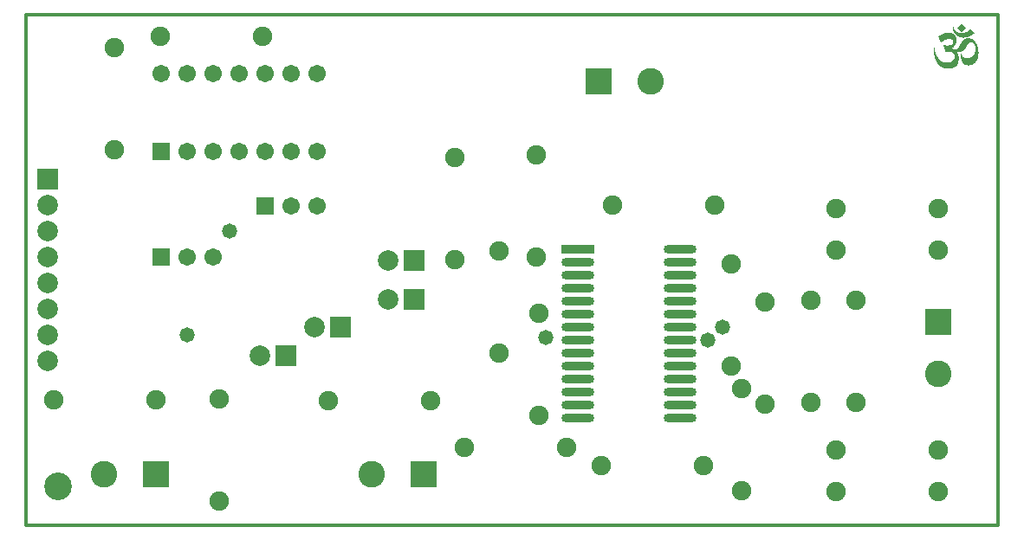
<source format=gts>
G04 Layer_Color=8388736*
%FSLAX44Y44*%
%MOMM*%
G71*
G01*
G75*
%ADD17C,0.3000*%
%ADD38O,3.2032X0.8532*%
%ADD39R,3.2032X0.8532*%
%ADD40C,2.7032*%
%ADD41R,2.6032X2.6032*%
%ADD42C,2.6032*%
%ADD43C,2.0032*%
%ADD44R,2.0032X2.0032*%
%ADD45R,2.0032X2.0032*%
%ADD46C,1.7032*%
%ADD47R,1.7032X1.7032*%
%ADD48C,1.7032*%
%ADD49R,1.7032X1.7032*%
%ADD50R,2.6032X2.6032*%
%ADD51C,1.9032*%
%ADD52C,1.4732*%
G36*
X871261Y444072D02*
X871912Y443992D01*
X872679Y443830D01*
X873335Y443620D01*
X874117Y443269D01*
X874908Y442785D01*
X875676Y442153D01*
X876440Y441282D01*
X876928Y440499D01*
X877281Y439688D01*
X877533Y438741D01*
X877681Y437462D01*
X877694Y436629D01*
X877636Y435700D01*
X877446Y434595D01*
X877198Y433781D01*
X876838Y432978D01*
X876346Y432163D01*
X875880Y431522D01*
X875330Y430863D01*
X874700Y430244D01*
X874075Y429774D01*
X873343Y429336D01*
X872849Y429070D01*
X873435Y428896D01*
X873944Y428750D01*
X874361Y428571D01*
X874629Y428427D01*
X875019Y428184D01*
X875275Y428017D01*
X875603Y427830D01*
X875882Y427718D01*
X876103Y427662D01*
X876329Y427627D01*
X876560Y427612D01*
X876715Y427612D01*
X877023Y427640D01*
X877247Y427686D01*
X877532Y427785D01*
X877857Y427971D01*
X878094Y428160D01*
X878374Y428426D01*
X878590Y428648D01*
X878908Y428980D01*
X879217Y429314D01*
X879512Y429657D01*
X879699Y429893D01*
X879963Y430261D01*
X880166Y430580D01*
X880357Y430909D01*
X880501Y431178D01*
X880603Y431383D01*
X880766Y431730D01*
X880858Y431940D01*
X880978Y432222D01*
X881097Y432504D01*
X881218Y432784D01*
X881375Y433129D01*
X881545Y433467D01*
X881771Y433857D01*
X882031Y434226D01*
X882317Y434580D01*
X882562Y434872D01*
X882852Y435228D01*
X883041Y435468D01*
X883325Y435829D01*
X883516Y436066D01*
X883711Y436299D01*
X884015Y436635D01*
X884284Y436898D01*
X884630Y437189D01*
X885001Y437451D01*
X885593Y437797D01*
X886006Y437999D01*
X886356Y438154D01*
X886783Y438322D01*
X887215Y438469D01*
X887654Y438595D01*
X888248Y438727D01*
X888699Y438798D01*
X889232Y438846D01*
X889538Y438857D01*
X889999Y438849D01*
X890305Y438827D01*
X890533Y438802D01*
X890760Y438768D01*
X891134Y438694D01*
X891574Y438574D01*
X891931Y438448D01*
X892416Y438233D01*
X892819Y438020D01*
X893082Y437867D01*
X893343Y437708D01*
X893729Y437462D01*
X894046Y437250D01*
X894357Y437031D01*
X894659Y436802D01*
X894952Y436562D01*
X895231Y436307D01*
X895497Y436038D01*
X895800Y435698D01*
X896041Y435403D01*
X896318Y435040D01*
X896627Y434606D01*
X897039Y433969D01*
X897230Y433642D01*
X897515Y433106D01*
X897710Y432695D01*
X897891Y432276D01*
X898084Y431780D01*
X898235Y431350D01*
X898416Y430770D01*
X898498Y430477D01*
X898575Y430184D01*
X898682Y429741D01*
X898808Y429147D01*
X898877Y428773D01*
X898951Y428324D01*
X898996Y428023D01*
X899037Y427721D01*
X899074Y427419D01*
X899115Y427041D01*
X899158Y426586D01*
X899203Y425978D01*
X899227Y425522D01*
X899241Y425066D01*
X899247Y424610D01*
X899245Y424306D01*
X899238Y424002D01*
X899219Y423547D01*
X899188Y423092D01*
X899129Y422488D01*
X899070Y422037D01*
X898997Y421587D01*
X898911Y421139D01*
X898811Y420695D01*
X898695Y420253D01*
X898565Y419816D01*
X898392Y419312D01*
X898227Y418886D01*
X898077Y418536D01*
X897915Y418190D01*
X897778Y417918D01*
X897634Y417649D01*
X897364Y417188D01*
X897116Y416804D01*
X896715Y416248D01*
X896573Y416069D01*
X896125Y415550D01*
X895862Y415274D01*
X895191Y414651D01*
X894776Y414314D01*
X894218Y413910D01*
X892476Y412943D01*
X892050Y412765D01*
X891618Y412607D01*
X891252Y412492D01*
X890957Y412413D01*
X890511Y412316D01*
X889985Y412239D01*
X889531Y412207D01*
X889152Y412206D01*
X888393Y412273D01*
X887941Y412355D01*
X887568Y412447D01*
X886836Y412691D01*
X886479Y412843D01*
X886050Y413030D01*
X885527Y413364D01*
X884488Y414173D01*
X884107Y414555D01*
X883709Y415022D01*
X883527Y415267D01*
X883277Y415648D01*
X883054Y416043D01*
X882803Y416588D01*
X882646Y417011D01*
X882456Y417663D01*
X882324Y418257D01*
X882219Y418863D01*
X882170Y419216D01*
X882175Y419169D01*
X882155Y419323D01*
X882170Y419216D01*
X882044Y420329D01*
X881992Y420950D01*
X881962Y421490D01*
X881952Y422023D01*
X881969Y422580D01*
X882002Y422984D01*
X882050Y423341D01*
X882222Y424057D01*
X882330Y424359D01*
X882469Y424673D01*
X882623Y424842D01*
X882773Y424854D01*
X882917Y424697D01*
X882922Y424075D01*
X882916Y423482D01*
X882978Y423047D01*
X883125Y422577D01*
X883315Y422068D01*
X883511Y421618D01*
X883816Y421110D01*
X884201Y420658D01*
X884536Y420370D01*
X884860Y420147D01*
X885288Y419899D01*
X885595Y419737D01*
X885997Y419548D01*
X886412Y419398D01*
X886891Y419297D01*
X887531Y419236D01*
X888470Y419200D01*
X889207Y419230D01*
X889742Y419302D01*
X890693Y419564D01*
X891324Y419842D01*
X891877Y420161D01*
X892207Y420378D01*
X892690Y420723D01*
X893083Y421024D01*
X893312Y421213D01*
X893462Y421342D01*
X893752Y421608D01*
X893994Y421852D01*
X894350Y422259D01*
X894644Y422653D01*
X894961Y423153D01*
X895195Y423588D01*
X895365Y423945D01*
X895795Y425102D01*
X896062Y426252D01*
X896147Y426885D01*
X896192Y427425D01*
X896217Y427917D01*
X896229Y428410D01*
X896231Y428656D01*
X896226Y429001D01*
X896195Y429590D01*
X896160Y429932D01*
X896097Y430370D01*
X895981Y430950D01*
X895858Y431428D01*
X895742Y431806D01*
X895553Y432314D01*
X895345Y432761D01*
X895042Y433268D01*
X894742Y433659D01*
X894505Y433910D01*
X894246Y434140D01*
X893966Y434342D01*
X893755Y434469D01*
X892971Y434764D01*
X892680Y434815D01*
X892286Y434839D01*
X891844Y434812D01*
X891264Y434697D01*
X890888Y434574D01*
X890265Y434276D01*
X889716Y433863D01*
X889473Y433621D01*
X889208Y433326D01*
X888884Y432952D01*
X888693Y432726D01*
X888507Y432496D01*
X888220Y432099D01*
X887993Y431721D01*
X887810Y431372D01*
X887591Y430931D01*
X887315Y430407D01*
X887095Y430023D01*
X886865Y429645D01*
X886680Y429355D01*
X886436Y428985D01*
X886127Y428541D01*
X885831Y428148D01*
X885548Y427806D01*
X885183Y427405D01*
X884869Y427092D01*
X884503Y426764D01*
X884160Y426488D01*
X883537Y426090D01*
X883074Y425881D01*
X882731Y425762D01*
X882235Y425624D01*
X881572Y425479D01*
X881196Y425402D01*
X880637Y425307D01*
X880270Y425288D01*
X879765Y425318D01*
X879315Y425380D01*
X878932Y425450D01*
X878588Y425520D01*
X878115Y425624D01*
X877900Y425675D01*
X878122Y425345D01*
X878363Y424882D01*
X878663Y424271D01*
X878879Y423793D01*
X879040Y423404D01*
X879153Y423110D01*
X879225Y422913D01*
X879391Y422416D01*
X879481Y422115D01*
X879658Y421406D01*
X879778Y420741D01*
X879847Y420174D01*
X879886Y419655D01*
X879903Y418924D01*
X879866Y417977D01*
X879808Y417343D01*
X879701Y416548D01*
X879568Y415807D01*
X879367Y414971D01*
X879158Y414312D01*
X878924Y413725D01*
X878645Y413167D01*
X878404Y412770D01*
X878133Y412394D01*
X877688Y411893D01*
X877424Y411642D01*
X877065Y411337D01*
X876857Y411176D01*
X876556Y410960D01*
X876292Y410783D01*
X876021Y410612D01*
X875700Y410420D01*
X875328Y410211D01*
X875046Y410061D01*
X874714Y409893D01*
X874283Y409691D01*
X873700Y409449D01*
X873158Y409258D01*
X872708Y409127D01*
X872406Y409053D01*
X871897Y408955D01*
X871433Y408895D01*
X870966Y408860D01*
X870600Y408848D01*
X869865Y408863D01*
X869024Y408931D01*
X868604Y408983D01*
X867925Y409087D01*
X867097Y409249D01*
X866586Y409370D01*
X866181Y409479D01*
X865680Y409631D01*
X865088Y409836D01*
X864507Y410069D01*
X863475Y410568D01*
X862579Y411104D01*
X861768Y411683D01*
X861041Y412292D01*
X860393Y412920D01*
X859786Y413596D01*
X859351Y414144D01*
X858971Y414673D01*
X858730Y415037D01*
X858442Y415502D01*
X858063Y416173D01*
X857859Y416566D01*
X857570Y417164D01*
X857366Y417621D01*
X857051Y418393D01*
X856766Y419176D01*
X856559Y419808D01*
X856256Y420866D01*
X856162Y421236D01*
X855773Y423119D01*
X855657Y423886D01*
X855543Y424883D01*
X855481Y425701D01*
X855448Y426665D01*
X855456Y427331D01*
X855545Y428427D01*
X855660Y429208D01*
X855726Y429583D01*
X855832Y430127D01*
X855963Y430471D01*
X856094Y429958D01*
X856133Y429008D01*
X856236Y428090D01*
X856437Y427049D01*
X856669Y426176D01*
X856901Y425446D01*
X857277Y424401D01*
X857661Y423439D01*
X857798Y423120D01*
X858390Y421856D01*
X858802Y421083D01*
X859089Y420590D01*
X859512Y419921D01*
X859967Y419271D01*
X860344Y418781D01*
X860979Y418045D01*
X861223Y417790D01*
X861667Y417363D01*
X862133Y416964D01*
X862409Y416749D01*
X862764Y416497D01*
X863130Y416263D01*
X863584Y416009D01*
X863895Y415857D01*
X864294Y415685D01*
X864620Y415563D01*
X865035Y415428D01*
X865457Y415312D01*
X865885Y415214D01*
X866318Y415135D01*
X866754Y415072D01*
X867192Y415025D01*
X867588Y414997D01*
X868072Y414978D01*
X868511Y414977D01*
X868861Y414987D01*
X869210Y415008D01*
X869644Y415048D01*
X869990Y415094D01*
X870505Y415184D01*
X871142Y415337D01*
X871478Y415438D01*
X871853Y415568D01*
X872265Y415733D01*
X872589Y415882D01*
X872906Y416045D01*
X873364Y416317D01*
X873797Y416622D01*
X874068Y416845D01*
X874385Y417144D01*
X874673Y417467D01*
X875001Y417922D01*
X875329Y418533D01*
X875462Y418856D01*
X875649Y419445D01*
X875729Y419793D01*
X875790Y420147D01*
X875845Y420643D01*
X875862Y421189D01*
X875831Y421731D01*
X875737Y422304D01*
X875559Y422891D01*
X875339Y423359D01*
X875078Y423752D01*
X874667Y424196D01*
X874220Y424553D01*
X873566Y424941D01*
X872863Y425244D01*
X872143Y425463D01*
X871036Y425642D01*
X870602Y425663D01*
X870073Y425653D01*
X869028Y425526D01*
X868544Y425393D01*
X868216Y425256D01*
X867852Y425024D01*
X867755Y424940D01*
X867636Y424816D01*
X867581Y424749D01*
X865353Y432298D01*
X865710Y432163D01*
X866146Y432015D01*
X866440Y431928D01*
X866960Y431798D01*
X867336Y431724D01*
X867789Y431659D01*
X868144Y431626D01*
X868601Y431606D01*
X869110Y431612D01*
X869519Y431634D01*
X869875Y431666D01*
X870256Y431714D01*
X870784Y431806D01*
X871379Y431950D01*
X871599Y432014D01*
X872104Y432189D01*
X872524Y432368D01*
X872798Y432502D01*
X873132Y432688D01*
X873519Y432941D01*
X873686Y433063D01*
X873946Y433277D01*
X874288Y433654D01*
X874467Y433985D01*
X874573Y434352D01*
X874621Y434845D01*
X874608Y435211D01*
X874584Y435443D01*
X874540Y435694D01*
X874472Y435964D01*
X874294Y436414D01*
X874142Y436683D01*
X873929Y436971D01*
X873638Y437256D01*
X873497Y437365D01*
X873217Y437542D01*
X872895Y437702D01*
X872533Y437842D01*
X872188Y437949D01*
X871939Y438011D01*
X871713Y438058D01*
X871106Y438139D01*
X870699Y438159D01*
X870496Y438159D01*
X870014Y438134D01*
X869609Y438086D01*
X869057Y437985D01*
X868462Y437835D01*
X868022Y437698D01*
X867254Y437415D01*
X866949Y437287D01*
X866393Y437031D01*
X865939Y436800D01*
X865316Y436453D01*
X864967Y436242D01*
X864688Y436065D01*
X864391Y435870D01*
X864013Y435611D01*
X863764Y435435D01*
X863433Y435197D01*
X863126Y434972D01*
X862921Y434821D01*
X862737Y434684D01*
X862696Y434654D01*
X859869Y440389D01*
X860422Y440863D01*
X861103Y441329D01*
X861737Y441741D01*
X862381Y442132D01*
X863242Y442597D01*
X863981Y442936D01*
X864619Y443182D01*
X865459Y443451D01*
X866030Y443602D01*
X866901Y443788D01*
X867685Y443916D01*
X868179Y443980D01*
X868775Y444040D01*
X869607Y444096D01*
X870271Y444112D01*
X871261Y444072D01*
D02*
G37*
G36*
X874750Y449930D02*
X875000Y449180D01*
X875450Y448380D01*
X876050Y447480D01*
X876700Y446680D01*
X877250Y446080D01*
X877950Y445480D01*
X878650Y445030D01*
X879500Y444630D01*
X880500Y444280D01*
X881550Y444030D01*
X882500Y443880D01*
X884300D01*
X885200Y444080D01*
X886350Y444430D01*
X887550Y445080D01*
X888400Y445580D01*
X889200Y446130D01*
X890200Y446930D01*
X890850Y447630D01*
X891400Y448280D01*
X895100Y443880D01*
X894500Y443330D01*
X892950Y442080D01*
X891850Y441380D01*
X890150Y440580D01*
X888150Y439880D01*
X886400Y439480D01*
X885100Y439330D01*
X884000Y439280D01*
X883100Y439330D01*
X881850Y439530D01*
X880750Y439880D01*
X879700Y440330D01*
X879000Y440780D01*
X878100Y441530D01*
X877200Y442330D01*
X876200Y443580D01*
X875350Y444780D01*
X874650Y446380D01*
X874200Y448280D01*
Y449830D01*
X874450Y450730D01*
X874750Y449930D01*
D02*
G37*
G36*
X886700Y448930D02*
X882750Y444980D01*
X878850Y448880D01*
X882550Y453080D01*
X886700Y448930D01*
D02*
G37*
D17*
X-31750Y-38100D02*
X918250D01*
X-31750D02*
Y461900D01*
X918250Y-38100D02*
Y461900D01*
X-31750D02*
X918250D01*
D38*
X607530Y130810D02*
D03*
X507530D02*
D03*
Y219710D02*
D03*
Y207010D02*
D03*
Y194310D02*
D03*
Y181610D02*
D03*
Y168910D02*
D03*
Y156210D02*
D03*
Y143510D02*
D03*
X607530Y232410D02*
D03*
Y219710D02*
D03*
Y207010D02*
D03*
Y194310D02*
D03*
Y181610D02*
D03*
Y168910D02*
D03*
Y156210D02*
D03*
Y143510D02*
D03*
X507530Y80010D02*
D03*
Y92710D02*
D03*
Y105410D02*
D03*
Y118110D02*
D03*
Y67310D02*
D03*
X607530D02*
D03*
Y118110D02*
D03*
Y105410D02*
D03*
Y92710D02*
D03*
Y80010D02*
D03*
D39*
X507530Y232410D02*
D03*
D40*
X0Y0D02*
D03*
D41*
X95250Y11900D02*
D03*
X356870D02*
D03*
X528320Y396240D02*
D03*
D42*
X44450Y11900D02*
D03*
X306070D02*
D03*
X579120Y396240D02*
D03*
X859790Y110490D02*
D03*
D43*
X-10160Y123190D02*
D03*
Y148590D02*
D03*
Y173990D02*
D03*
Y199390D02*
D03*
Y224790D02*
D03*
Y250190D02*
D03*
Y275590D02*
D03*
X196850Y128270D02*
D03*
X250190Y156210D02*
D03*
X322580Y220980D02*
D03*
Y182880D02*
D03*
D44*
X-10160Y300990D02*
D03*
D45*
X222250Y128270D02*
D03*
X275590Y156210D02*
D03*
X347980Y220980D02*
D03*
Y182880D02*
D03*
D46*
X151130Y224790D02*
D03*
X125730D02*
D03*
X252730Y274320D02*
D03*
X227330D02*
D03*
D47*
X100330Y224790D02*
D03*
X201930Y274320D02*
D03*
D48*
X252730Y403860D02*
D03*
X227330D02*
D03*
X201930D02*
D03*
X176530D02*
D03*
X151130D02*
D03*
X125730D02*
D03*
X100330D02*
D03*
X252730Y327660D02*
D03*
X227330D02*
D03*
X201930D02*
D03*
X176530D02*
D03*
X151130D02*
D03*
X125730D02*
D03*
D49*
X100330D02*
D03*
D50*
X859790Y161290D02*
D03*
D51*
X54610Y429730D02*
D03*
Y329730D02*
D03*
X387350Y321780D02*
D03*
Y221780D02*
D03*
X199860Y440690D02*
D03*
X99860D02*
D03*
X668020Y-4280D02*
D03*
Y95720D02*
D03*
X263690Y83820D02*
D03*
X363690D02*
D03*
X397040Y38100D02*
D03*
X497040D02*
D03*
X-4280Y85090D02*
D03*
X95720D02*
D03*
X469900Y69380D02*
D03*
Y169380D02*
D03*
X430530Y230340D02*
D03*
Y130340D02*
D03*
X467360Y324320D02*
D03*
Y224320D02*
D03*
X690880Y80810D02*
D03*
Y180810D02*
D03*
X657860Y217640D02*
D03*
Y117640D02*
D03*
X157480Y85560D02*
D03*
Y-14440D02*
D03*
X735330Y182080D02*
D03*
Y82080D02*
D03*
X779780D02*
D03*
Y182080D02*
D03*
X760260Y271780D02*
D03*
X860260D02*
D03*
X760260Y231140D02*
D03*
X860260D02*
D03*
X760260Y-5080D02*
D03*
X860260D02*
D03*
X760260Y35560D02*
D03*
X860260D02*
D03*
X630390Y20320D02*
D03*
X530390D02*
D03*
X641820Y275590D02*
D03*
X541820D02*
D03*
D52*
X125730Y148590D02*
D03*
X476250Y146050D02*
D03*
X635000Y143510D02*
D03*
X648970Y156210D02*
D03*
X167640Y250190D02*
D03*
M02*

</source>
